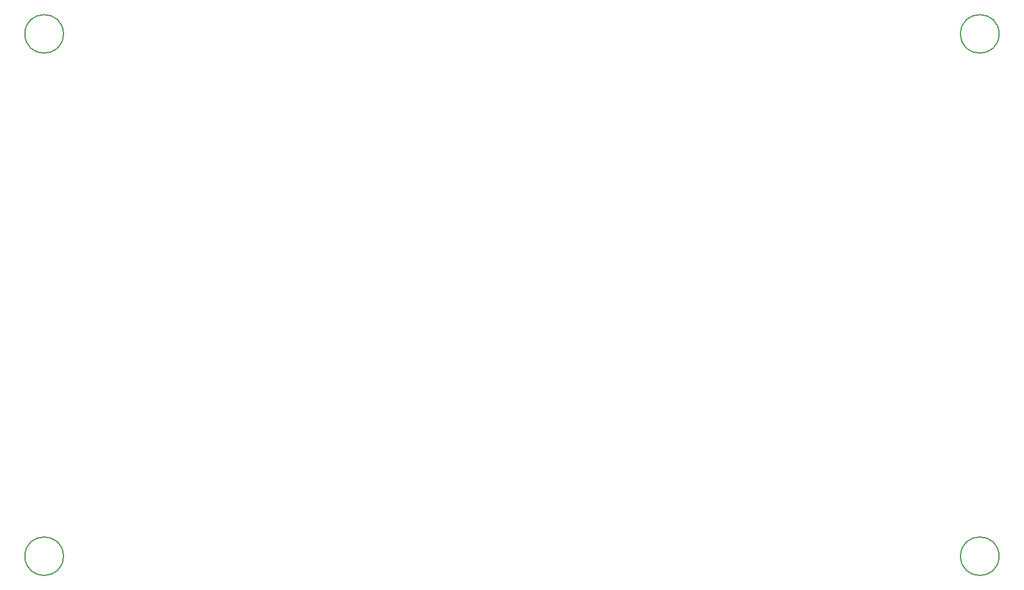
<source format=gbr>
%TF.GenerationSoftware,KiCad,Pcbnew,7.0.7+dfsg-1*%
%TF.CreationDate,2023-11-24T11:24:12-06:00*%
%TF.ProjectId,Power_Dist_Board,506f7765-725f-4446-9973-745f426f6172,rev?*%
%TF.SameCoordinates,Original*%
%TF.FileFunction,Other,Comment*%
%FSLAX46Y46*%
G04 Gerber Fmt 4.6, Leading zero omitted, Abs format (unit mm)*
G04 Created by KiCad (PCBNEW 7.0.7+dfsg-1) date 2023-11-24 11:24:12*
%MOMM*%
%LPD*%
G01*
G04 APERTURE LIST*
%ADD10C,0.150000*%
G04 APERTURE END LIST*
D10*
%TO.C,REF\u002A\u002A*%
X230800000Y-100000000D02*
G75*
G03*
X230800000Y-100000000I-2800000J0D01*
G01*
X94800000Y-100000000D02*
G75*
G03*
X94800000Y-100000000I-2800000J0D01*
G01*
X230800000Y-24000000D02*
G75*
G03*
X230800000Y-24000000I-2800000J0D01*
G01*
X94800000Y-24000000D02*
G75*
G03*
X94800000Y-24000000I-2800000J0D01*
G01*
%TD*%
M02*

</source>
